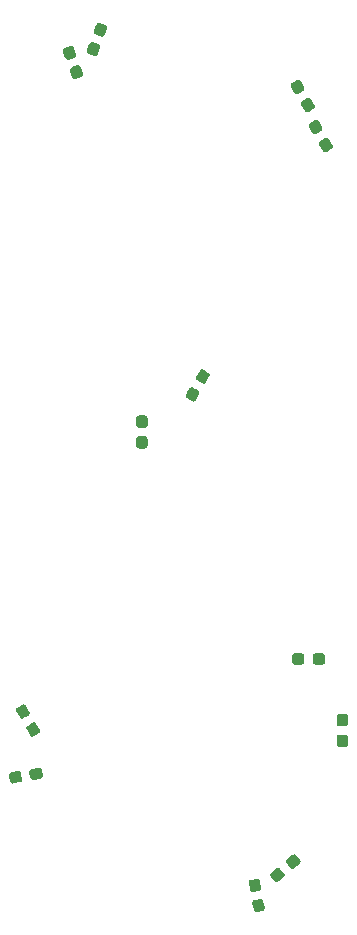
<source format=gbr>
G04 #@! TF.GenerationSoftware,KiCad,Pcbnew,(5.1.2-1)-1*
G04 #@! TF.CreationDate,2022-08-10T14:13:14-04:00*
G04 #@! TF.ProjectId,TR909 Snare Drum,54523930-3920-4536-9e61-726520447275,rev?*
G04 #@! TF.SameCoordinates,Original*
G04 #@! TF.FileFunction,Paste,Bot*
G04 #@! TF.FilePolarity,Positive*
%FSLAX46Y46*%
G04 Gerber Fmt 4.6, Leading zero omitted, Abs format (unit mm)*
G04 Created by KiCad (PCBNEW (5.1.2-1)-1) date 2022-08-10 14:13:14*
%MOMM*%
%LPD*%
G04 APERTURE LIST*
%ADD10C,0.100000*%
%ADD11C,0.950000*%
G04 APERTURE END LIST*
D10*
G36*
X53220779Y-92531144D02*
G01*
X53243834Y-92534563D01*
X53266443Y-92540227D01*
X53288387Y-92548079D01*
X53309457Y-92558044D01*
X53329448Y-92570026D01*
X53348168Y-92583910D01*
X53365438Y-92599562D01*
X53381090Y-92616832D01*
X53394974Y-92635552D01*
X53406956Y-92655543D01*
X53416921Y-92676613D01*
X53424773Y-92698557D01*
X53430437Y-92721166D01*
X53433856Y-92744221D01*
X53435000Y-92767500D01*
X53435000Y-93342500D01*
X53433856Y-93365779D01*
X53430437Y-93388834D01*
X53424773Y-93411443D01*
X53416921Y-93433387D01*
X53406956Y-93454457D01*
X53394974Y-93474448D01*
X53381090Y-93493168D01*
X53365438Y-93510438D01*
X53348168Y-93526090D01*
X53329448Y-93539974D01*
X53309457Y-93551956D01*
X53288387Y-93561921D01*
X53266443Y-93569773D01*
X53243834Y-93575437D01*
X53220779Y-93578856D01*
X53197500Y-93580000D01*
X52722500Y-93580000D01*
X52699221Y-93578856D01*
X52676166Y-93575437D01*
X52653557Y-93569773D01*
X52631613Y-93561921D01*
X52610543Y-93551956D01*
X52590552Y-93539974D01*
X52571832Y-93526090D01*
X52554562Y-93510438D01*
X52538910Y-93493168D01*
X52525026Y-93474448D01*
X52513044Y-93454457D01*
X52503079Y-93433387D01*
X52495227Y-93411443D01*
X52489563Y-93388834D01*
X52486144Y-93365779D01*
X52485000Y-93342500D01*
X52485000Y-92767500D01*
X52486144Y-92744221D01*
X52489563Y-92721166D01*
X52495227Y-92698557D01*
X52503079Y-92676613D01*
X52513044Y-92655543D01*
X52525026Y-92635552D01*
X52538910Y-92616832D01*
X52554562Y-92599562D01*
X52571832Y-92583910D01*
X52590552Y-92570026D01*
X52610543Y-92558044D01*
X52631613Y-92548079D01*
X52653557Y-92540227D01*
X52676166Y-92534563D01*
X52699221Y-92531144D01*
X52722500Y-92530000D01*
X53197500Y-92530000D01*
X53220779Y-92531144D01*
X53220779Y-92531144D01*
G37*
D11*
X52960000Y-93055000D03*
D10*
G36*
X53220779Y-94281144D02*
G01*
X53243834Y-94284563D01*
X53266443Y-94290227D01*
X53288387Y-94298079D01*
X53309457Y-94308044D01*
X53329448Y-94320026D01*
X53348168Y-94333910D01*
X53365438Y-94349562D01*
X53381090Y-94366832D01*
X53394974Y-94385552D01*
X53406956Y-94405543D01*
X53416921Y-94426613D01*
X53424773Y-94448557D01*
X53430437Y-94471166D01*
X53433856Y-94494221D01*
X53435000Y-94517500D01*
X53435000Y-95092500D01*
X53433856Y-95115779D01*
X53430437Y-95138834D01*
X53424773Y-95161443D01*
X53416921Y-95183387D01*
X53406956Y-95204457D01*
X53394974Y-95224448D01*
X53381090Y-95243168D01*
X53365438Y-95260438D01*
X53348168Y-95276090D01*
X53329448Y-95289974D01*
X53309457Y-95301956D01*
X53288387Y-95311921D01*
X53266443Y-95319773D01*
X53243834Y-95325437D01*
X53220779Y-95328856D01*
X53197500Y-95330000D01*
X52722500Y-95330000D01*
X52699221Y-95328856D01*
X52676166Y-95325437D01*
X52653557Y-95319773D01*
X52631613Y-95311921D01*
X52610543Y-95301956D01*
X52590552Y-95289974D01*
X52571832Y-95276090D01*
X52554562Y-95260438D01*
X52538910Y-95243168D01*
X52525026Y-95224448D01*
X52513044Y-95204457D01*
X52503079Y-95183387D01*
X52495227Y-95161443D01*
X52489563Y-95138834D01*
X52486144Y-95115779D01*
X52485000Y-95092500D01*
X52485000Y-94517500D01*
X52486144Y-94494221D01*
X52489563Y-94471166D01*
X52495227Y-94448557D01*
X52503079Y-94426613D01*
X52513044Y-94405543D01*
X52525026Y-94385552D01*
X52538910Y-94366832D01*
X52554562Y-94349562D01*
X52571832Y-94333910D01*
X52590552Y-94320026D01*
X52610543Y-94308044D01*
X52631613Y-94298079D01*
X52653557Y-94290227D01*
X52676166Y-94284563D01*
X52699221Y-94281144D01*
X52722500Y-94280000D01*
X53197500Y-94280000D01*
X53220779Y-94281144D01*
X53220779Y-94281144D01*
G37*
D11*
X52960000Y-94805000D03*
D10*
G36*
X51295779Y-87406144D02*
G01*
X51318834Y-87409563D01*
X51341443Y-87415227D01*
X51363387Y-87423079D01*
X51384457Y-87433044D01*
X51404448Y-87445026D01*
X51423168Y-87458910D01*
X51440438Y-87474562D01*
X51456090Y-87491832D01*
X51469974Y-87510552D01*
X51481956Y-87530543D01*
X51491921Y-87551613D01*
X51499773Y-87573557D01*
X51505437Y-87596166D01*
X51508856Y-87619221D01*
X51510000Y-87642500D01*
X51510000Y-88117500D01*
X51508856Y-88140779D01*
X51505437Y-88163834D01*
X51499773Y-88186443D01*
X51491921Y-88208387D01*
X51481956Y-88229457D01*
X51469974Y-88249448D01*
X51456090Y-88268168D01*
X51440438Y-88285438D01*
X51423168Y-88301090D01*
X51404448Y-88314974D01*
X51384457Y-88326956D01*
X51363387Y-88336921D01*
X51341443Y-88344773D01*
X51318834Y-88350437D01*
X51295779Y-88353856D01*
X51272500Y-88355000D01*
X50697500Y-88355000D01*
X50674221Y-88353856D01*
X50651166Y-88350437D01*
X50628557Y-88344773D01*
X50606613Y-88336921D01*
X50585543Y-88326956D01*
X50565552Y-88314974D01*
X50546832Y-88301090D01*
X50529562Y-88285438D01*
X50513910Y-88268168D01*
X50500026Y-88249448D01*
X50488044Y-88229457D01*
X50478079Y-88208387D01*
X50470227Y-88186443D01*
X50464563Y-88163834D01*
X50461144Y-88140779D01*
X50460000Y-88117500D01*
X50460000Y-87642500D01*
X50461144Y-87619221D01*
X50464563Y-87596166D01*
X50470227Y-87573557D01*
X50478079Y-87551613D01*
X50488044Y-87530543D01*
X50500026Y-87510552D01*
X50513910Y-87491832D01*
X50529562Y-87474562D01*
X50546832Y-87458910D01*
X50565552Y-87445026D01*
X50585543Y-87433044D01*
X50606613Y-87423079D01*
X50628557Y-87415227D01*
X50651166Y-87409563D01*
X50674221Y-87406144D01*
X50697500Y-87405000D01*
X51272500Y-87405000D01*
X51295779Y-87406144D01*
X51295779Y-87406144D01*
G37*
D11*
X50985000Y-87880000D03*
D10*
G36*
X49545779Y-87406144D02*
G01*
X49568834Y-87409563D01*
X49591443Y-87415227D01*
X49613387Y-87423079D01*
X49634457Y-87433044D01*
X49654448Y-87445026D01*
X49673168Y-87458910D01*
X49690438Y-87474562D01*
X49706090Y-87491832D01*
X49719974Y-87510552D01*
X49731956Y-87530543D01*
X49741921Y-87551613D01*
X49749773Y-87573557D01*
X49755437Y-87596166D01*
X49758856Y-87619221D01*
X49760000Y-87642500D01*
X49760000Y-88117500D01*
X49758856Y-88140779D01*
X49755437Y-88163834D01*
X49749773Y-88186443D01*
X49741921Y-88208387D01*
X49731956Y-88229457D01*
X49719974Y-88249448D01*
X49706090Y-88268168D01*
X49690438Y-88285438D01*
X49673168Y-88301090D01*
X49654448Y-88314974D01*
X49634457Y-88326956D01*
X49613387Y-88336921D01*
X49591443Y-88344773D01*
X49568834Y-88350437D01*
X49545779Y-88353856D01*
X49522500Y-88355000D01*
X48947500Y-88355000D01*
X48924221Y-88353856D01*
X48901166Y-88350437D01*
X48878557Y-88344773D01*
X48856613Y-88336921D01*
X48835543Y-88326956D01*
X48815552Y-88314974D01*
X48796832Y-88301090D01*
X48779562Y-88285438D01*
X48763910Y-88268168D01*
X48750026Y-88249448D01*
X48738044Y-88229457D01*
X48728079Y-88208387D01*
X48720227Y-88186443D01*
X48714563Y-88163834D01*
X48711144Y-88140779D01*
X48710000Y-88117500D01*
X48710000Y-87642500D01*
X48711144Y-87619221D01*
X48714563Y-87596166D01*
X48720227Y-87573557D01*
X48728079Y-87551613D01*
X48738044Y-87530543D01*
X48750026Y-87510552D01*
X48763910Y-87491832D01*
X48779562Y-87474562D01*
X48796832Y-87458910D01*
X48815552Y-87445026D01*
X48835543Y-87433044D01*
X48856613Y-87423079D01*
X48878557Y-87415227D01*
X48901166Y-87409563D01*
X48924221Y-87406144D01*
X48947500Y-87405000D01*
X49522500Y-87405000D01*
X49545779Y-87406144D01*
X49545779Y-87406144D01*
G37*
D11*
X49235000Y-87880000D03*
D10*
G36*
X40251569Y-64874572D02*
G01*
X40274500Y-64878744D01*
X40296911Y-64885144D01*
X40318587Y-64893710D01*
X40339319Y-64904359D01*
X40750681Y-65141859D01*
X40770269Y-65154489D01*
X40788526Y-65168978D01*
X40805274Y-65185187D01*
X40820352Y-65202959D01*
X40833617Y-65222124D01*
X40844938Y-65242496D01*
X40854209Y-65263881D01*
X40861338Y-65286070D01*
X40866259Y-65308852D01*
X40868922Y-65332007D01*
X40869304Y-65355311D01*
X40867399Y-65378540D01*
X40863227Y-65401471D01*
X40856827Y-65423882D01*
X40848261Y-65445558D01*
X40837612Y-65466290D01*
X40550112Y-65964254D01*
X40537482Y-65983843D01*
X40522993Y-66002099D01*
X40506784Y-66018847D01*
X40489012Y-66033925D01*
X40469847Y-66047190D01*
X40449474Y-66058511D01*
X40428090Y-66067782D01*
X40405900Y-66074911D01*
X40383119Y-66079832D01*
X40359964Y-66082496D01*
X40336660Y-66082877D01*
X40313431Y-66080972D01*
X40290500Y-66076800D01*
X40268089Y-66070400D01*
X40246413Y-66061834D01*
X40225681Y-66051185D01*
X39814319Y-65813685D01*
X39794731Y-65801055D01*
X39776474Y-65786566D01*
X39759726Y-65770357D01*
X39744648Y-65752585D01*
X39731383Y-65733420D01*
X39720062Y-65713048D01*
X39710791Y-65691663D01*
X39703662Y-65669474D01*
X39698741Y-65646692D01*
X39696078Y-65623537D01*
X39695696Y-65600233D01*
X39697601Y-65577004D01*
X39701773Y-65554073D01*
X39708173Y-65531662D01*
X39716739Y-65509986D01*
X39727388Y-65489254D01*
X40014888Y-64991290D01*
X40027518Y-64971701D01*
X40042007Y-64953445D01*
X40058216Y-64936697D01*
X40075988Y-64921619D01*
X40095153Y-64908354D01*
X40115526Y-64897033D01*
X40136910Y-64887762D01*
X40159100Y-64880633D01*
X40181881Y-64875712D01*
X40205036Y-64873048D01*
X40228340Y-64872667D01*
X40251569Y-64874572D01*
X40251569Y-64874572D01*
G37*
D11*
X40282500Y-65477772D03*
D10*
G36*
X41126569Y-63359028D02*
G01*
X41149500Y-63363200D01*
X41171911Y-63369600D01*
X41193587Y-63378166D01*
X41214319Y-63388815D01*
X41625681Y-63626315D01*
X41645269Y-63638945D01*
X41663526Y-63653434D01*
X41680274Y-63669643D01*
X41695352Y-63687415D01*
X41708617Y-63706580D01*
X41719938Y-63726952D01*
X41729209Y-63748337D01*
X41736338Y-63770526D01*
X41741259Y-63793308D01*
X41743922Y-63816463D01*
X41744304Y-63839767D01*
X41742399Y-63862996D01*
X41738227Y-63885927D01*
X41731827Y-63908338D01*
X41723261Y-63930014D01*
X41712612Y-63950746D01*
X41425112Y-64448710D01*
X41412482Y-64468299D01*
X41397993Y-64486555D01*
X41381784Y-64503303D01*
X41364012Y-64518381D01*
X41344847Y-64531646D01*
X41324474Y-64542967D01*
X41303090Y-64552238D01*
X41280900Y-64559367D01*
X41258119Y-64564288D01*
X41234964Y-64566952D01*
X41211660Y-64567333D01*
X41188431Y-64565428D01*
X41165500Y-64561256D01*
X41143089Y-64554856D01*
X41121413Y-64546290D01*
X41100681Y-64535641D01*
X40689319Y-64298141D01*
X40669731Y-64285511D01*
X40651474Y-64271022D01*
X40634726Y-64254813D01*
X40619648Y-64237041D01*
X40606383Y-64217876D01*
X40595062Y-64197504D01*
X40585791Y-64176119D01*
X40578662Y-64153930D01*
X40573741Y-64131148D01*
X40571078Y-64107993D01*
X40570696Y-64084689D01*
X40572601Y-64061460D01*
X40576773Y-64038529D01*
X40583173Y-64016118D01*
X40591739Y-63994442D01*
X40602388Y-63973710D01*
X40889888Y-63475746D01*
X40902518Y-63456157D01*
X40917007Y-63437901D01*
X40933216Y-63421153D01*
X40950988Y-63406075D01*
X40970153Y-63392810D01*
X40990526Y-63381489D01*
X41011910Y-63372218D01*
X41034100Y-63365089D01*
X41056881Y-63360168D01*
X41080036Y-63357504D01*
X41103340Y-63357123D01*
X41126569Y-63359028D01*
X41126569Y-63359028D01*
G37*
D11*
X41157500Y-63962228D03*
D10*
G36*
X51654964Y-43763049D02*
G01*
X51678119Y-43765712D01*
X51700901Y-43770633D01*
X51723090Y-43777762D01*
X51744475Y-43787033D01*
X51764847Y-43798354D01*
X51784012Y-43811619D01*
X51801784Y-43826697D01*
X51817993Y-43843445D01*
X51832482Y-43861702D01*
X51845112Y-43881290D01*
X52132612Y-44379254D01*
X52143261Y-44399986D01*
X52151827Y-44421662D01*
X52158227Y-44444073D01*
X52162399Y-44467004D01*
X52164304Y-44490233D01*
X52163923Y-44513537D01*
X52161259Y-44536692D01*
X52156338Y-44559473D01*
X52149209Y-44581663D01*
X52139938Y-44603047D01*
X52128617Y-44623420D01*
X52115352Y-44642585D01*
X52100274Y-44660357D01*
X52083526Y-44676566D01*
X52065270Y-44691055D01*
X52045681Y-44703685D01*
X51634319Y-44941185D01*
X51613587Y-44951834D01*
X51591911Y-44960400D01*
X51569500Y-44966800D01*
X51546569Y-44970972D01*
X51523340Y-44972877D01*
X51500036Y-44972495D01*
X51476881Y-44969832D01*
X51454099Y-44964911D01*
X51431910Y-44957782D01*
X51410525Y-44948511D01*
X51390153Y-44937190D01*
X51370988Y-44923925D01*
X51353216Y-44908847D01*
X51337007Y-44892099D01*
X51322518Y-44873842D01*
X51309888Y-44854254D01*
X51022388Y-44356290D01*
X51011739Y-44335558D01*
X51003173Y-44313882D01*
X50996773Y-44291471D01*
X50992601Y-44268540D01*
X50990696Y-44245311D01*
X50991077Y-44222007D01*
X50993741Y-44198852D01*
X50998662Y-44176071D01*
X51005791Y-44153881D01*
X51015062Y-44132497D01*
X51026383Y-44112124D01*
X51039648Y-44092959D01*
X51054726Y-44075187D01*
X51071474Y-44058978D01*
X51089730Y-44044489D01*
X51109319Y-44031859D01*
X51520681Y-43794359D01*
X51541413Y-43783710D01*
X51563089Y-43775144D01*
X51585500Y-43768744D01*
X51608431Y-43764572D01*
X51631660Y-43762667D01*
X51654964Y-43763049D01*
X51654964Y-43763049D01*
G37*
D11*
X51577500Y-44367772D03*
D10*
G36*
X50779964Y-42247505D02*
G01*
X50803119Y-42250168D01*
X50825901Y-42255089D01*
X50848090Y-42262218D01*
X50869475Y-42271489D01*
X50889847Y-42282810D01*
X50909012Y-42296075D01*
X50926784Y-42311153D01*
X50942993Y-42327901D01*
X50957482Y-42346158D01*
X50970112Y-42365746D01*
X51257612Y-42863710D01*
X51268261Y-42884442D01*
X51276827Y-42906118D01*
X51283227Y-42928529D01*
X51287399Y-42951460D01*
X51289304Y-42974689D01*
X51288923Y-42997993D01*
X51286259Y-43021148D01*
X51281338Y-43043929D01*
X51274209Y-43066119D01*
X51264938Y-43087503D01*
X51253617Y-43107876D01*
X51240352Y-43127041D01*
X51225274Y-43144813D01*
X51208526Y-43161022D01*
X51190270Y-43175511D01*
X51170681Y-43188141D01*
X50759319Y-43425641D01*
X50738587Y-43436290D01*
X50716911Y-43444856D01*
X50694500Y-43451256D01*
X50671569Y-43455428D01*
X50648340Y-43457333D01*
X50625036Y-43456951D01*
X50601881Y-43454288D01*
X50579099Y-43449367D01*
X50556910Y-43442238D01*
X50535525Y-43432967D01*
X50515153Y-43421646D01*
X50495988Y-43408381D01*
X50478216Y-43393303D01*
X50462007Y-43376555D01*
X50447518Y-43358298D01*
X50434888Y-43338710D01*
X50147388Y-42840746D01*
X50136739Y-42820014D01*
X50128173Y-42798338D01*
X50121773Y-42775927D01*
X50117601Y-42752996D01*
X50115696Y-42729767D01*
X50116077Y-42706463D01*
X50118741Y-42683308D01*
X50123662Y-42660527D01*
X50130791Y-42638337D01*
X50140062Y-42616953D01*
X50151383Y-42596580D01*
X50164648Y-42577415D01*
X50179726Y-42559643D01*
X50196474Y-42543434D01*
X50214730Y-42528945D01*
X50234319Y-42516315D01*
X50645681Y-42278815D01*
X50666413Y-42268166D01*
X50688089Y-42259600D01*
X50710500Y-42253200D01*
X50733431Y-42249028D01*
X50756660Y-42247123D01*
X50779964Y-42247505D01*
X50779964Y-42247505D01*
G37*
D11*
X50702500Y-42852228D03*
D10*
G36*
X50124964Y-40353049D02*
G01*
X50148119Y-40355712D01*
X50170901Y-40360633D01*
X50193090Y-40367762D01*
X50214475Y-40377033D01*
X50234847Y-40388354D01*
X50254012Y-40401619D01*
X50271784Y-40416697D01*
X50287993Y-40433445D01*
X50302482Y-40451702D01*
X50315112Y-40471290D01*
X50602612Y-40969254D01*
X50613261Y-40989986D01*
X50621827Y-41011662D01*
X50628227Y-41034073D01*
X50632399Y-41057004D01*
X50634304Y-41080233D01*
X50633923Y-41103537D01*
X50631259Y-41126692D01*
X50626338Y-41149473D01*
X50619209Y-41171663D01*
X50609938Y-41193047D01*
X50598617Y-41213420D01*
X50585352Y-41232585D01*
X50570274Y-41250357D01*
X50553526Y-41266566D01*
X50535270Y-41281055D01*
X50515681Y-41293685D01*
X50104319Y-41531185D01*
X50083587Y-41541834D01*
X50061911Y-41550400D01*
X50039500Y-41556800D01*
X50016569Y-41560972D01*
X49993340Y-41562877D01*
X49970036Y-41562495D01*
X49946881Y-41559832D01*
X49924099Y-41554911D01*
X49901910Y-41547782D01*
X49880525Y-41538511D01*
X49860153Y-41527190D01*
X49840988Y-41513925D01*
X49823216Y-41498847D01*
X49807007Y-41482099D01*
X49792518Y-41463842D01*
X49779888Y-41444254D01*
X49492388Y-40946290D01*
X49481739Y-40925558D01*
X49473173Y-40903882D01*
X49466773Y-40881471D01*
X49462601Y-40858540D01*
X49460696Y-40835311D01*
X49461077Y-40812007D01*
X49463741Y-40788852D01*
X49468662Y-40766071D01*
X49475791Y-40743881D01*
X49485062Y-40722497D01*
X49496383Y-40702124D01*
X49509648Y-40682959D01*
X49524726Y-40665187D01*
X49541474Y-40648978D01*
X49559730Y-40634489D01*
X49579319Y-40621859D01*
X49990681Y-40384359D01*
X50011413Y-40373710D01*
X50033089Y-40365144D01*
X50055500Y-40358744D01*
X50078431Y-40354572D01*
X50101660Y-40352667D01*
X50124964Y-40353049D01*
X50124964Y-40353049D01*
G37*
D11*
X50047500Y-40957772D03*
D10*
G36*
X49249964Y-38837505D02*
G01*
X49273119Y-38840168D01*
X49295901Y-38845089D01*
X49318090Y-38852218D01*
X49339475Y-38861489D01*
X49359847Y-38872810D01*
X49379012Y-38886075D01*
X49396784Y-38901153D01*
X49412993Y-38917901D01*
X49427482Y-38936158D01*
X49440112Y-38955746D01*
X49727612Y-39453710D01*
X49738261Y-39474442D01*
X49746827Y-39496118D01*
X49753227Y-39518529D01*
X49757399Y-39541460D01*
X49759304Y-39564689D01*
X49758923Y-39587993D01*
X49756259Y-39611148D01*
X49751338Y-39633929D01*
X49744209Y-39656119D01*
X49734938Y-39677503D01*
X49723617Y-39697876D01*
X49710352Y-39717041D01*
X49695274Y-39734813D01*
X49678526Y-39751022D01*
X49660270Y-39765511D01*
X49640681Y-39778141D01*
X49229319Y-40015641D01*
X49208587Y-40026290D01*
X49186911Y-40034856D01*
X49164500Y-40041256D01*
X49141569Y-40045428D01*
X49118340Y-40047333D01*
X49095036Y-40046951D01*
X49071881Y-40044288D01*
X49049099Y-40039367D01*
X49026910Y-40032238D01*
X49005525Y-40022967D01*
X48985153Y-40011646D01*
X48965988Y-39998381D01*
X48948216Y-39983303D01*
X48932007Y-39966555D01*
X48917518Y-39948298D01*
X48904888Y-39928710D01*
X48617388Y-39430746D01*
X48606739Y-39410014D01*
X48598173Y-39388338D01*
X48591773Y-39365927D01*
X48587601Y-39342996D01*
X48585696Y-39319767D01*
X48586077Y-39296463D01*
X48588741Y-39273308D01*
X48593662Y-39250527D01*
X48600791Y-39228337D01*
X48610062Y-39206953D01*
X48621383Y-39186580D01*
X48634648Y-39167415D01*
X48649726Y-39149643D01*
X48666474Y-39133434D01*
X48684730Y-39118945D01*
X48704319Y-39106315D01*
X49115681Y-38868815D01*
X49136413Y-38858166D01*
X49158089Y-38849600D01*
X49180500Y-38843200D01*
X49203431Y-38839028D01*
X49226660Y-38837123D01*
X49249964Y-38837505D01*
X49249964Y-38837505D01*
G37*
D11*
X49172500Y-39442228D03*
D10*
G36*
X36260779Y-69011144D02*
G01*
X36283834Y-69014563D01*
X36306443Y-69020227D01*
X36328387Y-69028079D01*
X36349457Y-69038044D01*
X36369448Y-69050026D01*
X36388168Y-69063910D01*
X36405438Y-69079562D01*
X36421090Y-69096832D01*
X36434974Y-69115552D01*
X36446956Y-69135543D01*
X36456921Y-69156613D01*
X36464773Y-69178557D01*
X36470437Y-69201166D01*
X36473856Y-69224221D01*
X36475000Y-69247500D01*
X36475000Y-69822500D01*
X36473856Y-69845779D01*
X36470437Y-69868834D01*
X36464773Y-69891443D01*
X36456921Y-69913387D01*
X36446956Y-69934457D01*
X36434974Y-69954448D01*
X36421090Y-69973168D01*
X36405438Y-69990438D01*
X36388168Y-70006090D01*
X36369448Y-70019974D01*
X36349457Y-70031956D01*
X36328387Y-70041921D01*
X36306443Y-70049773D01*
X36283834Y-70055437D01*
X36260779Y-70058856D01*
X36237500Y-70060000D01*
X35762500Y-70060000D01*
X35739221Y-70058856D01*
X35716166Y-70055437D01*
X35693557Y-70049773D01*
X35671613Y-70041921D01*
X35650543Y-70031956D01*
X35630552Y-70019974D01*
X35611832Y-70006090D01*
X35594562Y-69990438D01*
X35578910Y-69973168D01*
X35565026Y-69954448D01*
X35553044Y-69934457D01*
X35543079Y-69913387D01*
X35535227Y-69891443D01*
X35529563Y-69868834D01*
X35526144Y-69845779D01*
X35525000Y-69822500D01*
X35525000Y-69247500D01*
X35526144Y-69224221D01*
X35529563Y-69201166D01*
X35535227Y-69178557D01*
X35543079Y-69156613D01*
X35553044Y-69135543D01*
X35565026Y-69115552D01*
X35578910Y-69096832D01*
X35594562Y-69079562D01*
X35611832Y-69063910D01*
X35630552Y-69050026D01*
X35650543Y-69038044D01*
X35671613Y-69028079D01*
X35693557Y-69020227D01*
X35716166Y-69014563D01*
X35739221Y-69011144D01*
X35762500Y-69010000D01*
X36237500Y-69010000D01*
X36260779Y-69011144D01*
X36260779Y-69011144D01*
G37*
D11*
X36000000Y-69535000D03*
D10*
G36*
X36260779Y-67261144D02*
G01*
X36283834Y-67264563D01*
X36306443Y-67270227D01*
X36328387Y-67278079D01*
X36349457Y-67288044D01*
X36369448Y-67300026D01*
X36388168Y-67313910D01*
X36405438Y-67329562D01*
X36421090Y-67346832D01*
X36434974Y-67365552D01*
X36446956Y-67385543D01*
X36456921Y-67406613D01*
X36464773Y-67428557D01*
X36470437Y-67451166D01*
X36473856Y-67474221D01*
X36475000Y-67497500D01*
X36475000Y-68072500D01*
X36473856Y-68095779D01*
X36470437Y-68118834D01*
X36464773Y-68141443D01*
X36456921Y-68163387D01*
X36446956Y-68184457D01*
X36434974Y-68204448D01*
X36421090Y-68223168D01*
X36405438Y-68240438D01*
X36388168Y-68256090D01*
X36369448Y-68269974D01*
X36349457Y-68281956D01*
X36328387Y-68291921D01*
X36306443Y-68299773D01*
X36283834Y-68305437D01*
X36260779Y-68308856D01*
X36237500Y-68310000D01*
X35762500Y-68310000D01*
X35739221Y-68308856D01*
X35716166Y-68305437D01*
X35693557Y-68299773D01*
X35671613Y-68291921D01*
X35650543Y-68281956D01*
X35630552Y-68269974D01*
X35611832Y-68256090D01*
X35594562Y-68240438D01*
X35578910Y-68223168D01*
X35565026Y-68204448D01*
X35553044Y-68184457D01*
X35543079Y-68163387D01*
X35535227Y-68141443D01*
X35529563Y-68118834D01*
X35526144Y-68095779D01*
X35525000Y-68072500D01*
X35525000Y-67497500D01*
X35526144Y-67474221D01*
X35529563Y-67451166D01*
X35535227Y-67428557D01*
X35543079Y-67406613D01*
X35553044Y-67385543D01*
X35565026Y-67365552D01*
X35578910Y-67346832D01*
X35594562Y-67329562D01*
X35611832Y-67313910D01*
X35630552Y-67300026D01*
X35650543Y-67288044D01*
X35671613Y-67278079D01*
X35693557Y-67270227D01*
X35716166Y-67264563D01*
X35739221Y-67261144D01*
X35762500Y-67260000D01*
X36237500Y-67260000D01*
X36260779Y-67261144D01*
X36260779Y-67261144D01*
G37*
D11*
X36000000Y-67785000D03*
D10*
G36*
X30627681Y-37615724D02*
G01*
X30650565Y-37620146D01*
X30672905Y-37626790D01*
X30694486Y-37635592D01*
X30715101Y-37646467D01*
X30734550Y-37659310D01*
X30752647Y-37673997D01*
X30769218Y-37690388D01*
X30784101Y-37708323D01*
X30797156Y-37727632D01*
X30808255Y-37748126D01*
X30817291Y-37769610D01*
X31013953Y-38309933D01*
X31020840Y-38332199D01*
X31025512Y-38355033D01*
X31027923Y-38378216D01*
X31028050Y-38401522D01*
X31025892Y-38424729D01*
X31021470Y-38447613D01*
X31014826Y-38469953D01*
X31006024Y-38491535D01*
X30995150Y-38512149D01*
X30982307Y-38531599D01*
X30967619Y-38549696D01*
X30951229Y-38566266D01*
X30933293Y-38581150D01*
X30913985Y-38594204D01*
X30893490Y-38605303D01*
X30872006Y-38614340D01*
X30425652Y-38776799D01*
X30403385Y-38783686D01*
X30380551Y-38788358D01*
X30357369Y-38790769D01*
X30334062Y-38790896D01*
X30310855Y-38788738D01*
X30287971Y-38784316D01*
X30265631Y-38777672D01*
X30244050Y-38768870D01*
X30223435Y-38757995D01*
X30203986Y-38745152D01*
X30185889Y-38730465D01*
X30169318Y-38714074D01*
X30154435Y-38696139D01*
X30141380Y-38676830D01*
X30130281Y-38656336D01*
X30121245Y-38634852D01*
X29924583Y-38094529D01*
X29917696Y-38072263D01*
X29913024Y-38049429D01*
X29910613Y-38026246D01*
X29910486Y-38002940D01*
X29912644Y-37979733D01*
X29917066Y-37956849D01*
X29923710Y-37934509D01*
X29932512Y-37912927D01*
X29943386Y-37892313D01*
X29956229Y-37872863D01*
X29970917Y-37854766D01*
X29987307Y-37838196D01*
X30005243Y-37823312D01*
X30024551Y-37810258D01*
X30045046Y-37799159D01*
X30066530Y-37790122D01*
X30512884Y-37627663D01*
X30535151Y-37620776D01*
X30557985Y-37616104D01*
X30581167Y-37613693D01*
X30604474Y-37613566D01*
X30627681Y-37615724D01*
X30627681Y-37615724D01*
G37*
D11*
X30469268Y-38202231D03*
D10*
G36*
X30029145Y-35971262D02*
G01*
X30052029Y-35975684D01*
X30074369Y-35982328D01*
X30095950Y-35991130D01*
X30116565Y-36002005D01*
X30136014Y-36014848D01*
X30154111Y-36029535D01*
X30170682Y-36045926D01*
X30185565Y-36063861D01*
X30198620Y-36083170D01*
X30209719Y-36103664D01*
X30218755Y-36125148D01*
X30415417Y-36665471D01*
X30422304Y-36687737D01*
X30426976Y-36710571D01*
X30429387Y-36733754D01*
X30429514Y-36757060D01*
X30427356Y-36780267D01*
X30422934Y-36803151D01*
X30416290Y-36825491D01*
X30407488Y-36847073D01*
X30396614Y-36867687D01*
X30383771Y-36887137D01*
X30369083Y-36905234D01*
X30352693Y-36921804D01*
X30334757Y-36936688D01*
X30315449Y-36949742D01*
X30294954Y-36960841D01*
X30273470Y-36969878D01*
X29827116Y-37132337D01*
X29804849Y-37139224D01*
X29782015Y-37143896D01*
X29758833Y-37146307D01*
X29735526Y-37146434D01*
X29712319Y-37144276D01*
X29689435Y-37139854D01*
X29667095Y-37133210D01*
X29645514Y-37124408D01*
X29624899Y-37113533D01*
X29605450Y-37100690D01*
X29587353Y-37086003D01*
X29570782Y-37069612D01*
X29555899Y-37051677D01*
X29542844Y-37032368D01*
X29531745Y-37011874D01*
X29522709Y-36990390D01*
X29326047Y-36450067D01*
X29319160Y-36427801D01*
X29314488Y-36404967D01*
X29312077Y-36381784D01*
X29311950Y-36358478D01*
X29314108Y-36335271D01*
X29318530Y-36312387D01*
X29325174Y-36290047D01*
X29333976Y-36268465D01*
X29344850Y-36247851D01*
X29357693Y-36228401D01*
X29372381Y-36210304D01*
X29388771Y-36193734D01*
X29406707Y-36178850D01*
X29426015Y-36165796D01*
X29446510Y-36154697D01*
X29467994Y-36145660D01*
X29914348Y-35983201D01*
X29936615Y-35976314D01*
X29959449Y-35971642D01*
X29982631Y-35969231D01*
X30005938Y-35969104D01*
X30029145Y-35971262D01*
X30029145Y-35971262D01*
G37*
D11*
X29870732Y-36557769D03*
D10*
G36*
X45780456Y-106468127D02*
G01*
X45803430Y-106472049D01*
X45825910Y-106478204D01*
X45847678Y-106486533D01*
X45868525Y-106496955D01*
X45888250Y-106509370D01*
X45906664Y-106523660D01*
X45923587Y-106539685D01*
X45938859Y-106557291D01*
X45952331Y-106576310D01*
X45963875Y-106596558D01*
X45973378Y-106617840D01*
X45980749Y-106639951D01*
X45985918Y-106662677D01*
X46085766Y-107228942D01*
X46088682Y-107252066D01*
X46089317Y-107275365D01*
X46087666Y-107298614D01*
X46083744Y-107321588D01*
X46077589Y-107344068D01*
X46069261Y-107365836D01*
X46058838Y-107386683D01*
X46046423Y-107406408D01*
X46032134Y-107424821D01*
X46016108Y-107441745D01*
X45998502Y-107457017D01*
X45979483Y-107470489D01*
X45959235Y-107482033D01*
X45937953Y-107491536D01*
X45915842Y-107498907D01*
X45893115Y-107504076D01*
X45425331Y-107586559D01*
X45402207Y-107589475D01*
X45378909Y-107590110D01*
X45355660Y-107588459D01*
X45332686Y-107584537D01*
X45310206Y-107578382D01*
X45288438Y-107570053D01*
X45267591Y-107559631D01*
X45247866Y-107547216D01*
X45229452Y-107532926D01*
X45212529Y-107516901D01*
X45197257Y-107499295D01*
X45183785Y-107480276D01*
X45172241Y-107460028D01*
X45162738Y-107438746D01*
X45155367Y-107416635D01*
X45150198Y-107393909D01*
X45050350Y-106827644D01*
X45047434Y-106804520D01*
X45046799Y-106781221D01*
X45048450Y-106757972D01*
X45052372Y-106734998D01*
X45058527Y-106712518D01*
X45066855Y-106690750D01*
X45077278Y-106669903D01*
X45089693Y-106650178D01*
X45103982Y-106631765D01*
X45120008Y-106614841D01*
X45137614Y-106599569D01*
X45156633Y-106586097D01*
X45176881Y-106574553D01*
X45198163Y-106565050D01*
X45220274Y-106557679D01*
X45243001Y-106552510D01*
X45710785Y-106470027D01*
X45733909Y-106467111D01*
X45757207Y-106466476D01*
X45780456Y-106468127D01*
X45780456Y-106468127D01*
G37*
D11*
X45568058Y-107028293D03*
D10*
G36*
X46084340Y-108191541D02*
G01*
X46107314Y-108195463D01*
X46129794Y-108201618D01*
X46151562Y-108209947D01*
X46172409Y-108220369D01*
X46192134Y-108232784D01*
X46210548Y-108247074D01*
X46227471Y-108263099D01*
X46242743Y-108280705D01*
X46256215Y-108299724D01*
X46267759Y-108319972D01*
X46277262Y-108341254D01*
X46284633Y-108363365D01*
X46289802Y-108386091D01*
X46389650Y-108952356D01*
X46392566Y-108975480D01*
X46393201Y-108998779D01*
X46391550Y-109022028D01*
X46387628Y-109045002D01*
X46381473Y-109067482D01*
X46373145Y-109089250D01*
X46362722Y-109110097D01*
X46350307Y-109129822D01*
X46336018Y-109148235D01*
X46319992Y-109165159D01*
X46302386Y-109180431D01*
X46283367Y-109193903D01*
X46263119Y-109205447D01*
X46241837Y-109214950D01*
X46219726Y-109222321D01*
X46196999Y-109227490D01*
X45729215Y-109309973D01*
X45706091Y-109312889D01*
X45682793Y-109313524D01*
X45659544Y-109311873D01*
X45636570Y-109307951D01*
X45614090Y-109301796D01*
X45592322Y-109293467D01*
X45571475Y-109283045D01*
X45551750Y-109270630D01*
X45533336Y-109256340D01*
X45516413Y-109240315D01*
X45501141Y-109222709D01*
X45487669Y-109203690D01*
X45476125Y-109183442D01*
X45466622Y-109162160D01*
X45459251Y-109140049D01*
X45454082Y-109117323D01*
X45354234Y-108551058D01*
X45351318Y-108527934D01*
X45350683Y-108504635D01*
X45352334Y-108481386D01*
X45356256Y-108458412D01*
X45362411Y-108435932D01*
X45370739Y-108414164D01*
X45381162Y-108393317D01*
X45393577Y-108373592D01*
X45407866Y-108355179D01*
X45423892Y-108338255D01*
X45441498Y-108322983D01*
X45460517Y-108309511D01*
X45480765Y-108297967D01*
X45502047Y-108288464D01*
X45524158Y-108281093D01*
X45546885Y-108275924D01*
X46014669Y-108193441D01*
X46037793Y-108190525D01*
X46061091Y-108189890D01*
X46084340Y-108191541D01*
X46084340Y-108191541D01*
G37*
D11*
X45871942Y-108751707D03*
D10*
G36*
X47567987Y-105549106D02*
G01*
X47591077Y-105552274D01*
X47613746Y-105557690D01*
X47635776Y-105565302D01*
X47656952Y-105575037D01*
X47677073Y-105586800D01*
X47695944Y-105600479D01*
X47713383Y-105615942D01*
X47729223Y-105633040D01*
X48034547Y-105996911D01*
X48048634Y-106015479D01*
X48060834Y-106035338D01*
X48071028Y-106056298D01*
X48079119Y-106078155D01*
X48085028Y-106100701D01*
X48088699Y-106123717D01*
X48090097Y-106146982D01*
X48089207Y-106170272D01*
X48086039Y-106193363D01*
X48080623Y-106216032D01*
X48073011Y-106238061D01*
X48063276Y-106259238D01*
X48051513Y-106279359D01*
X48037834Y-106298230D01*
X48022371Y-106315669D01*
X48005273Y-106331509D01*
X47564797Y-106701112D01*
X47546229Y-106715199D01*
X47526370Y-106727399D01*
X47505410Y-106737593D01*
X47483553Y-106745684D01*
X47461007Y-106751593D01*
X47437991Y-106755264D01*
X47414726Y-106756662D01*
X47391435Y-106755772D01*
X47368345Y-106752604D01*
X47345676Y-106747188D01*
X47323646Y-106739576D01*
X47302470Y-106729841D01*
X47282349Y-106718078D01*
X47263478Y-106704399D01*
X47246039Y-106688936D01*
X47230199Y-106671838D01*
X46924875Y-106307967D01*
X46910788Y-106289399D01*
X46898588Y-106269540D01*
X46888394Y-106248580D01*
X46880303Y-106226723D01*
X46874394Y-106204177D01*
X46870723Y-106181161D01*
X46869325Y-106157896D01*
X46870215Y-106134606D01*
X46873383Y-106111515D01*
X46878799Y-106088846D01*
X46886411Y-106066817D01*
X46896146Y-106045640D01*
X46907909Y-106025519D01*
X46921588Y-106006648D01*
X46937051Y-105989209D01*
X46954149Y-105973369D01*
X47394625Y-105603766D01*
X47413193Y-105589679D01*
X47433052Y-105577479D01*
X47454012Y-105567285D01*
X47475869Y-105559194D01*
X47498415Y-105553285D01*
X47521431Y-105549614D01*
X47544696Y-105548216D01*
X47567987Y-105549106D01*
X47567987Y-105549106D01*
G37*
D11*
X47479711Y-106152439D03*
D10*
G36*
X48908565Y-104424228D02*
G01*
X48931655Y-104427396D01*
X48954324Y-104432812D01*
X48976354Y-104440424D01*
X48997530Y-104450159D01*
X49017651Y-104461922D01*
X49036522Y-104475601D01*
X49053961Y-104491064D01*
X49069801Y-104508162D01*
X49375125Y-104872033D01*
X49389212Y-104890601D01*
X49401412Y-104910460D01*
X49411606Y-104931420D01*
X49419697Y-104953277D01*
X49425606Y-104975823D01*
X49429277Y-104998839D01*
X49430675Y-105022104D01*
X49429785Y-105045394D01*
X49426617Y-105068485D01*
X49421201Y-105091154D01*
X49413589Y-105113183D01*
X49403854Y-105134360D01*
X49392091Y-105154481D01*
X49378412Y-105173352D01*
X49362949Y-105190791D01*
X49345851Y-105206631D01*
X48905375Y-105576234D01*
X48886807Y-105590321D01*
X48866948Y-105602521D01*
X48845988Y-105612715D01*
X48824131Y-105620806D01*
X48801585Y-105626715D01*
X48778569Y-105630386D01*
X48755304Y-105631784D01*
X48732013Y-105630894D01*
X48708923Y-105627726D01*
X48686254Y-105622310D01*
X48664224Y-105614698D01*
X48643048Y-105604963D01*
X48622927Y-105593200D01*
X48604056Y-105579521D01*
X48586617Y-105564058D01*
X48570777Y-105546960D01*
X48265453Y-105183089D01*
X48251366Y-105164521D01*
X48239166Y-105144662D01*
X48228972Y-105123702D01*
X48220881Y-105101845D01*
X48214972Y-105079299D01*
X48211301Y-105056283D01*
X48209903Y-105033018D01*
X48210793Y-105009728D01*
X48213961Y-104986637D01*
X48219377Y-104963968D01*
X48226989Y-104941939D01*
X48236724Y-104920762D01*
X48248487Y-104900641D01*
X48262166Y-104881770D01*
X48277629Y-104864331D01*
X48294727Y-104848491D01*
X48735203Y-104478888D01*
X48753771Y-104464801D01*
X48773630Y-104452601D01*
X48794590Y-104442407D01*
X48816447Y-104434316D01*
X48838993Y-104428407D01*
X48862009Y-104424736D01*
X48885274Y-104423338D01*
X48908565Y-104424228D01*
X48908565Y-104424228D01*
G37*
D11*
X48820289Y-105027561D03*
D10*
G36*
X32387369Y-34009231D02*
G01*
X32410552Y-34011642D01*
X32433386Y-34016314D01*
X32455652Y-34023201D01*
X32902006Y-34185660D01*
X32923490Y-34194696D01*
X32943984Y-34205795D01*
X32963293Y-34218850D01*
X32981228Y-34233733D01*
X32997619Y-34250304D01*
X33012306Y-34268401D01*
X33025149Y-34287850D01*
X33036024Y-34308465D01*
X33044826Y-34330046D01*
X33051470Y-34352386D01*
X33055892Y-34375270D01*
X33058050Y-34398477D01*
X33057923Y-34421784D01*
X33055512Y-34444966D01*
X33050840Y-34467800D01*
X33043953Y-34490067D01*
X32847291Y-35030390D01*
X32838254Y-35051874D01*
X32827155Y-35072369D01*
X32814101Y-35091677D01*
X32799217Y-35109613D01*
X32782647Y-35126003D01*
X32764550Y-35140691D01*
X32745100Y-35153534D01*
X32724486Y-35164408D01*
X32702904Y-35173210D01*
X32680564Y-35179854D01*
X32657680Y-35184276D01*
X32634473Y-35186434D01*
X32611167Y-35186307D01*
X32587984Y-35183896D01*
X32565150Y-35179224D01*
X32542884Y-35172337D01*
X32096530Y-35009878D01*
X32075046Y-35000842D01*
X32054552Y-34989743D01*
X32035243Y-34976688D01*
X32017308Y-34961805D01*
X32000917Y-34945234D01*
X31986230Y-34927137D01*
X31973387Y-34907688D01*
X31962512Y-34887073D01*
X31953710Y-34865492D01*
X31947066Y-34843152D01*
X31942644Y-34820268D01*
X31940486Y-34797061D01*
X31940613Y-34773754D01*
X31943024Y-34750572D01*
X31947696Y-34727738D01*
X31954583Y-34705471D01*
X32151245Y-34165148D01*
X32160282Y-34143664D01*
X32171381Y-34123169D01*
X32184435Y-34103861D01*
X32199319Y-34085925D01*
X32215889Y-34069535D01*
X32233986Y-34054847D01*
X32253436Y-34042004D01*
X32274050Y-34031130D01*
X32295632Y-34022328D01*
X32317972Y-34015684D01*
X32340856Y-34011262D01*
X32364063Y-34009104D01*
X32387369Y-34009231D01*
X32387369Y-34009231D01*
G37*
D11*
X32499268Y-34597769D03*
D10*
G36*
X31788833Y-35653693D02*
G01*
X31812016Y-35656104D01*
X31834850Y-35660776D01*
X31857116Y-35667663D01*
X32303470Y-35830122D01*
X32324954Y-35839158D01*
X32345448Y-35850257D01*
X32364757Y-35863312D01*
X32382692Y-35878195D01*
X32399083Y-35894766D01*
X32413770Y-35912863D01*
X32426613Y-35932312D01*
X32437488Y-35952927D01*
X32446290Y-35974508D01*
X32452934Y-35996848D01*
X32457356Y-36019732D01*
X32459514Y-36042939D01*
X32459387Y-36066246D01*
X32456976Y-36089428D01*
X32452304Y-36112262D01*
X32445417Y-36134529D01*
X32248755Y-36674852D01*
X32239718Y-36696336D01*
X32228619Y-36716831D01*
X32215565Y-36736139D01*
X32200681Y-36754075D01*
X32184111Y-36770465D01*
X32166014Y-36785153D01*
X32146564Y-36797996D01*
X32125950Y-36808870D01*
X32104368Y-36817672D01*
X32082028Y-36824316D01*
X32059144Y-36828738D01*
X32035937Y-36830896D01*
X32012631Y-36830769D01*
X31989448Y-36828358D01*
X31966614Y-36823686D01*
X31944348Y-36816799D01*
X31497994Y-36654340D01*
X31476510Y-36645304D01*
X31456016Y-36634205D01*
X31436707Y-36621150D01*
X31418772Y-36606267D01*
X31402381Y-36589696D01*
X31387694Y-36571599D01*
X31374851Y-36552150D01*
X31363976Y-36531535D01*
X31355174Y-36509954D01*
X31348530Y-36487614D01*
X31344108Y-36464730D01*
X31341950Y-36441523D01*
X31342077Y-36418216D01*
X31344488Y-36395034D01*
X31349160Y-36372200D01*
X31356047Y-36349933D01*
X31552709Y-35809610D01*
X31561746Y-35788126D01*
X31572845Y-35767631D01*
X31585899Y-35748323D01*
X31600783Y-35730387D01*
X31617353Y-35713997D01*
X31635450Y-35699309D01*
X31654900Y-35686466D01*
X31675514Y-35675592D01*
X31697096Y-35666790D01*
X31719436Y-35660146D01*
X31742320Y-35655724D01*
X31765527Y-35653566D01*
X31788833Y-35653693D01*
X31788833Y-35653693D01*
G37*
D11*
X31900732Y-36242231D03*
D10*
G36*
X25989964Y-91727505D02*
G01*
X26013119Y-91730168D01*
X26035901Y-91735089D01*
X26058090Y-91742218D01*
X26079475Y-91751489D01*
X26099847Y-91762810D01*
X26119012Y-91776075D01*
X26136784Y-91791153D01*
X26152993Y-91807901D01*
X26167482Y-91826158D01*
X26180112Y-91845746D01*
X26467612Y-92343710D01*
X26478261Y-92364442D01*
X26486827Y-92386118D01*
X26493227Y-92408529D01*
X26497399Y-92431460D01*
X26499304Y-92454689D01*
X26498923Y-92477993D01*
X26496259Y-92501148D01*
X26491338Y-92523929D01*
X26484209Y-92546119D01*
X26474938Y-92567503D01*
X26463617Y-92587876D01*
X26450352Y-92607041D01*
X26435274Y-92624813D01*
X26418526Y-92641022D01*
X26400270Y-92655511D01*
X26380681Y-92668141D01*
X25969319Y-92905641D01*
X25948587Y-92916290D01*
X25926911Y-92924856D01*
X25904500Y-92931256D01*
X25881569Y-92935428D01*
X25858340Y-92937333D01*
X25835036Y-92936951D01*
X25811881Y-92934288D01*
X25789099Y-92929367D01*
X25766910Y-92922238D01*
X25745525Y-92912967D01*
X25725153Y-92901646D01*
X25705988Y-92888381D01*
X25688216Y-92873303D01*
X25672007Y-92856555D01*
X25657518Y-92838298D01*
X25644888Y-92818710D01*
X25357388Y-92320746D01*
X25346739Y-92300014D01*
X25338173Y-92278338D01*
X25331773Y-92255927D01*
X25327601Y-92232996D01*
X25325696Y-92209767D01*
X25326077Y-92186463D01*
X25328741Y-92163308D01*
X25333662Y-92140527D01*
X25340791Y-92118337D01*
X25350062Y-92096953D01*
X25361383Y-92076580D01*
X25374648Y-92057415D01*
X25389726Y-92039643D01*
X25406474Y-92023434D01*
X25424730Y-92008945D01*
X25444319Y-91996315D01*
X25855681Y-91758815D01*
X25876413Y-91748166D01*
X25898089Y-91739600D01*
X25920500Y-91733200D01*
X25943431Y-91729028D01*
X25966660Y-91727123D01*
X25989964Y-91727505D01*
X25989964Y-91727505D01*
G37*
D11*
X25912500Y-92332228D03*
D10*
G36*
X26864964Y-93243049D02*
G01*
X26888119Y-93245712D01*
X26910901Y-93250633D01*
X26933090Y-93257762D01*
X26954475Y-93267033D01*
X26974847Y-93278354D01*
X26994012Y-93291619D01*
X27011784Y-93306697D01*
X27027993Y-93323445D01*
X27042482Y-93341702D01*
X27055112Y-93361290D01*
X27342612Y-93859254D01*
X27353261Y-93879986D01*
X27361827Y-93901662D01*
X27368227Y-93924073D01*
X27372399Y-93947004D01*
X27374304Y-93970233D01*
X27373923Y-93993537D01*
X27371259Y-94016692D01*
X27366338Y-94039473D01*
X27359209Y-94061663D01*
X27349938Y-94083047D01*
X27338617Y-94103420D01*
X27325352Y-94122585D01*
X27310274Y-94140357D01*
X27293526Y-94156566D01*
X27275270Y-94171055D01*
X27255681Y-94183685D01*
X26844319Y-94421185D01*
X26823587Y-94431834D01*
X26801911Y-94440400D01*
X26779500Y-94446800D01*
X26756569Y-94450972D01*
X26733340Y-94452877D01*
X26710036Y-94452495D01*
X26686881Y-94449832D01*
X26664099Y-94444911D01*
X26641910Y-94437782D01*
X26620525Y-94428511D01*
X26600153Y-94417190D01*
X26580988Y-94403925D01*
X26563216Y-94388847D01*
X26547007Y-94372099D01*
X26532518Y-94353842D01*
X26519888Y-94334254D01*
X26232388Y-93836290D01*
X26221739Y-93815558D01*
X26213173Y-93793882D01*
X26206773Y-93771471D01*
X26202601Y-93748540D01*
X26200696Y-93725311D01*
X26201077Y-93702007D01*
X26203741Y-93678852D01*
X26208662Y-93656071D01*
X26215791Y-93633881D01*
X26225062Y-93612497D01*
X26236383Y-93592124D01*
X26249648Y-93572959D01*
X26264726Y-93555187D01*
X26281474Y-93538978D01*
X26299730Y-93524489D01*
X26319319Y-93511859D01*
X26730681Y-93274359D01*
X26751413Y-93263710D01*
X26773089Y-93255144D01*
X26795500Y-93248744D01*
X26818431Y-93244572D01*
X26841660Y-93242667D01*
X26864964Y-93243049D01*
X26864964Y-93243049D01*
G37*
D11*
X26787500Y-93847772D03*
D10*
G36*
X27310321Y-97080393D02*
G01*
X27333295Y-97084315D01*
X27355775Y-97090470D01*
X27377543Y-97098798D01*
X27398390Y-97109221D01*
X27418115Y-97121636D01*
X27436528Y-97135925D01*
X27453452Y-97151951D01*
X27468724Y-97169557D01*
X27482196Y-97188576D01*
X27493740Y-97208824D01*
X27503243Y-97230106D01*
X27510614Y-97252217D01*
X27515783Y-97274944D01*
X27598266Y-97742728D01*
X27601182Y-97765852D01*
X27601817Y-97789150D01*
X27600166Y-97812399D01*
X27596244Y-97835373D01*
X27590089Y-97857853D01*
X27581760Y-97879621D01*
X27571338Y-97900468D01*
X27558923Y-97920193D01*
X27544633Y-97938607D01*
X27528608Y-97955530D01*
X27511002Y-97970802D01*
X27491983Y-97984274D01*
X27471735Y-97995818D01*
X27450453Y-98005321D01*
X27428342Y-98012692D01*
X27405616Y-98017861D01*
X26839351Y-98117709D01*
X26816227Y-98120625D01*
X26792928Y-98121260D01*
X26769679Y-98119609D01*
X26746705Y-98115687D01*
X26724225Y-98109532D01*
X26702457Y-98101204D01*
X26681610Y-98090781D01*
X26661885Y-98078366D01*
X26643472Y-98064077D01*
X26626548Y-98048051D01*
X26611276Y-98030445D01*
X26597804Y-98011426D01*
X26586260Y-97991178D01*
X26576757Y-97969896D01*
X26569386Y-97947785D01*
X26564217Y-97925058D01*
X26481734Y-97457274D01*
X26478818Y-97434150D01*
X26478183Y-97410852D01*
X26479834Y-97387603D01*
X26483756Y-97364629D01*
X26489911Y-97342149D01*
X26498240Y-97320381D01*
X26508662Y-97299534D01*
X26521077Y-97279809D01*
X26535367Y-97261395D01*
X26551392Y-97244472D01*
X26568998Y-97229200D01*
X26588017Y-97215728D01*
X26608265Y-97204184D01*
X26629547Y-97194681D01*
X26651658Y-97187310D01*
X26674384Y-97182141D01*
X27240649Y-97082293D01*
X27263773Y-97079377D01*
X27287072Y-97078742D01*
X27310321Y-97080393D01*
X27310321Y-97080393D01*
G37*
D11*
X27040000Y-97600001D03*
D10*
G36*
X25586907Y-97384277D02*
G01*
X25609881Y-97388199D01*
X25632361Y-97394354D01*
X25654129Y-97402682D01*
X25674976Y-97413105D01*
X25694701Y-97425520D01*
X25713114Y-97439809D01*
X25730038Y-97455835D01*
X25745310Y-97473441D01*
X25758782Y-97492460D01*
X25770326Y-97512708D01*
X25779829Y-97533990D01*
X25787200Y-97556101D01*
X25792369Y-97578828D01*
X25874852Y-98046612D01*
X25877768Y-98069736D01*
X25878403Y-98093034D01*
X25876752Y-98116283D01*
X25872830Y-98139257D01*
X25866675Y-98161737D01*
X25858346Y-98183505D01*
X25847924Y-98204352D01*
X25835509Y-98224077D01*
X25821219Y-98242491D01*
X25805194Y-98259414D01*
X25787588Y-98274686D01*
X25768569Y-98288158D01*
X25748321Y-98299702D01*
X25727039Y-98309205D01*
X25704928Y-98316576D01*
X25682202Y-98321745D01*
X25115937Y-98421593D01*
X25092813Y-98424509D01*
X25069514Y-98425144D01*
X25046265Y-98423493D01*
X25023291Y-98419571D01*
X25000811Y-98413416D01*
X24979043Y-98405088D01*
X24958196Y-98394665D01*
X24938471Y-98382250D01*
X24920058Y-98367961D01*
X24903134Y-98351935D01*
X24887862Y-98334329D01*
X24874390Y-98315310D01*
X24862846Y-98295062D01*
X24853343Y-98273780D01*
X24845972Y-98251669D01*
X24840803Y-98228942D01*
X24758320Y-97761158D01*
X24755404Y-97738034D01*
X24754769Y-97714736D01*
X24756420Y-97691487D01*
X24760342Y-97668513D01*
X24766497Y-97646033D01*
X24774826Y-97624265D01*
X24785248Y-97603418D01*
X24797663Y-97583693D01*
X24811953Y-97565279D01*
X24827978Y-97548356D01*
X24845584Y-97533084D01*
X24864603Y-97519612D01*
X24884851Y-97508068D01*
X24906133Y-97498565D01*
X24928244Y-97491194D01*
X24950970Y-97486025D01*
X25517235Y-97386177D01*
X25540359Y-97383261D01*
X25563658Y-97382626D01*
X25586907Y-97384277D01*
X25586907Y-97384277D01*
G37*
D11*
X25316586Y-97903885D03*
M02*

</source>
